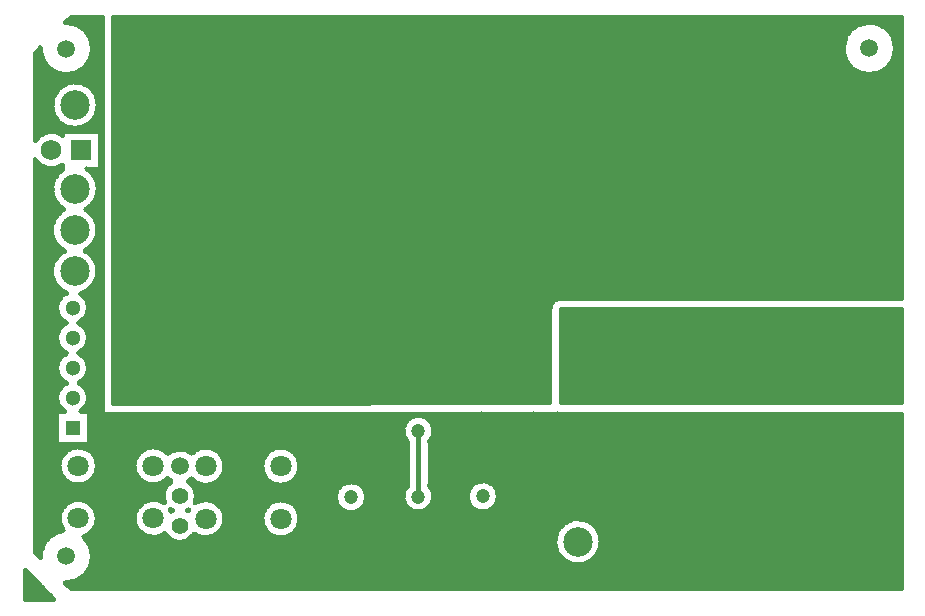
<source format=gbl>
%FSLAX44Y44*%
%MOMM*%
G71*
G01*
G75*
G04 Layer_Physical_Order=2*
G04 Layer_Color=21504*
%ADD10C,0.4500*%
%ADD11R,0.9000X0.9500*%
%ADD12R,0.9500X0.9000*%
%ADD13R,1.5000X1.2500*%
%ADD14R,1.2500X1.5000*%
%ADD15R,6.3500X1.5240*%
%ADD16R,3.2000X1.0000*%
%ADD17R,0.9144X0.9144*%
%ADD18R,1.2700X0.9144*%
%ADD19R,0.9144X0.9144*%
%ADD20R,0.9144X1.2700*%
%ADD21R,0.9500X0.8000*%
%ADD22R,0.8000X0.9500*%
%ADD23O,0.5000X2.0000*%
%ADD24R,0.5000X2.0000*%
%ADD25R,0.9000X3.2000*%
%ADD26R,11.5000X9.0000*%
%ADD27R,0.9000X0.9000*%
%ADD28R,0.9000X1.2500*%
%ADD29R,2.0000X2.0000*%
%ADD30R,8.0000X4.0000*%
%ADD31O,2.0000X0.6000*%
%ADD32O,2.0000X1.0000*%
%ADD33C,0.5000*%
%ADD34C,0.3000*%
%ADD35R,1.7500X1.7500*%
%ADD36C,1.7500*%
%ADD37C,1.4000*%
%ADD38C,1.5000*%
%ADD39C,1.8000*%
%ADD40C,2.5000*%
%ADD41R,25.0000X8.0000*%
%ADD42R,22.0000X8.0000*%
%ADD43R,1.3000X1.3000*%
%ADD44C,1.3000*%
%ADD45C,1.2000*%
D10*
X418500Y-430909D02*
G03*
X452750Y-417500I14500J13409D01*
G01*
D02*
G03*
X418500Y-404091I-19750J0D01*
G01*
X311250Y-323500D02*
G03*
X288500Y-332737I-13250J0D01*
G01*
X307500D02*
G03*
X311250Y-323500I-9500J9237D01*
G01*
X26250Y-353250D02*
G03*
X26250Y-353250I-16250J0D01*
G01*
X-478Y-283000D02*
G03*
X-1892Y-307250I5728J-12500D01*
G01*
X-2155Y-171000D02*
G03*
X-218Y-206884I9155J-17500D01*
G01*
X102Y-257750D02*
G03*
X-478Y-283000I5148J-12750D01*
G01*
X102Y-232250D02*
G03*
X102Y-257750I5148J-12750D01*
G01*
X-218Y-206884D02*
G03*
X102Y-232250I5468J-12616D01*
G01*
X-26480Y-93965D02*
G03*
X-3250Y-98624I13730J8215D01*
G01*
Y-72876D02*
G03*
X-26480Y-77535I-9500J-12874D01*
G01*
X-2264Y-136058D02*
G03*
X-2155Y-171000I9264J-17443D01*
G01*
X-2803Y-101750D02*
G03*
X-2264Y-136058I10053J-17000D01*
G01*
X27000Y-47750D02*
G03*
X27000Y-47750I-19750J0D01*
G01*
X-22239Y712D02*
G03*
X22250Y0I22239J-712D01*
G01*
D02*
G03*
X-712Y22239I-22250J0D01*
G01*
X12392Y-307250D02*
G03*
X19000Y-295500I-7142J11750D01*
G01*
D02*
G03*
X10978Y-283000I-13750J0D01*
G01*
D02*
G03*
X19000Y-270500I-5728J12500D01*
G01*
D02*
G03*
X10398Y-257750I-13750J0D01*
G01*
Y-257750D02*
G03*
X19000Y-245000I-5148J12750D01*
G01*
D02*
G03*
X10398Y-232250I-13750J0D01*
G01*
Y-232250D02*
G03*
X19000Y-219500I-5148J12750D01*
G01*
D02*
G03*
X12103Y-207579I-13750J0D01*
G01*
D02*
G03*
X26750Y-188500I-5103J19079D01*
G01*
D02*
G03*
X16155Y-171000I-19750J0D01*
G01*
Y-171000D02*
G03*
X26750Y-153500I-9155J17500D01*
G01*
D02*
G03*
X16514Y-136193I-19750J0D01*
G01*
D02*
G03*
X27000Y-118750I-9264J17443D01*
G01*
D02*
G03*
X17303Y-101750I-19750J0D01*
G01*
X258252Y-299500D02*
G03*
X256087Y-299750I0J-9500D01*
G01*
X258252Y-299500D02*
G03*
X256087Y-299750I0J-9500D01*
G01*
X418503Y-211000D02*
G03*
X409003Y-220500I0J-9500D01*
G01*
X418503Y-211000D02*
G03*
X409003Y-220500I0J-9500D01*
G01*
X702000Y250D02*
G03*
X702000Y250I-22250J0D01*
G01*
X-712Y-452239D02*
G03*
X22250Y-430000I712J22239D01*
G01*
X-2680Y-407912D02*
G03*
X-22239Y-430712I2680J-22088D01*
G01*
X14707Y-413303D02*
G03*
X26250Y-397750I-4707J15553D01*
G01*
X22250Y-430000D02*
G03*
X14707Y-413303I-22250J0D01*
G01*
X26250Y-397750D02*
G03*
X-2680Y-407912I-16250J0D01*
G01*
X83392Y-410642D02*
G03*
X108364Y-411085I12608J6642D01*
G01*
X83162Y-384684D02*
G03*
X83392Y-410642I-9662J-13066D01*
G01*
X89636Y-391250D02*
G03*
X88624Y-391807I6364J-12750D01*
G01*
X108364Y-411085D02*
G03*
X134250Y-398000I9636J13085D01*
G01*
D02*
G03*
X108912Y-384529I-16250J0D01*
G01*
X88624Y-391807D02*
G03*
X87903Y-390226I-15124J-5943D01*
G01*
D02*
G03*
X89636Y-391250I8097J11726D01*
G01*
X102364D02*
G03*
X103535Y-390595I-6364J12750D01*
G01*
X103535D02*
G03*
X103055Y-391619I14464J-7405D01*
G01*
X26250Y-353250D02*
G03*
X26250Y-353250I-16250J0D01*
G01*
X-26480Y-326748D02*
G03*
X-8500Y-325166I8730J3747D01*
G01*
X88653Y-366290D02*
G03*
X83162Y-384684I7347J-12210D01*
G01*
X110250Y-378500D02*
G03*
X103347Y-366290I-14250J0D01*
G01*
X85665Y-364024D02*
G03*
X88653Y-366290I10335J10524D01*
G01*
X103347D02*
G03*
X105943Y-364395I-7347J12790D01*
G01*
D02*
G03*
X134250Y-353500I12057J10895D01*
G01*
X108912Y-384529D02*
G03*
X110250Y-378500I-12912J6029D01*
G01*
X85901Y-342749D02*
G03*
X85665Y-364024I-12401J-10501D01*
G01*
X105943Y-342605D02*
G03*
X85901Y-342749I-9943J-10895D01*
G01*
X134250Y-353500D02*
G03*
X105943Y-342605I-16250J0D01*
G01*
X197750Y-398000D02*
G03*
X197750Y-398000I-16250J0D01*
G01*
X254250Y-379750D02*
G03*
X254250Y-379750I-13250J0D01*
G01*
X438997Y-398683D02*
G03*
X438997Y-436317I-5997J-18817D01*
G01*
X288500Y-370014D02*
G03*
X311250Y-379250I9500J-9237D01*
G01*
X365750Y-379000D02*
G03*
X365750Y-379000I-13250J0D01*
G01*
X197750Y-353500D02*
G03*
X197750Y-353500I-16250J0D01*
G01*
X287750Y-336000D02*
G03*
X287750Y-336000I-13250J0D01*
G01*
X311250Y-379250D02*
G03*
X307500Y-370014I-13250J0D01*
G01*
X311250Y-323500D02*
G03*
X288500Y-332737I-13250J0D01*
G01*
X307500D02*
G03*
X311250Y-323500I-9500J9237D01*
G01*
X351577Y-309250D02*
G03*
X373500Y-324137I10923J-7500D01*
G01*
X373500D02*
G03*
X397750Y-316750I11000J7387D01*
G01*
D02*
G03*
X395423Y-309250I-13250J0D01*
G01*
X415577D02*
G03*
X438997Y-321152I10923J-7500D01*
G01*
Y-312348D02*
G03*
X437423Y-309250I-12497J-4402D01*
G01*
X590253Y-288503D02*
Y-227503D01*
X567247Y-288503D02*
X590253D01*
X567247D02*
X569250Y-286500D01*
X298000Y-379250D02*
Y-323500D01*
X418500Y-456500D02*
Y-430909D01*
X422997Y-456500D02*
Y-434530D01*
X418500Y-435001D02*
X423847D01*
X426997Y-456500D02*
Y-436316D01*
X430997Y-456500D02*
Y-437148D01*
X434997Y-456500D02*
Y-437149D01*
X438997Y-456500D02*
Y-436317D01*
X442997Y-456500D02*
Y-434533D01*
X418997Y-456500D02*
Y-431428D01*
X418500Y-404091D02*
Y-309000D01*
Y-403001D02*
X419589D01*
X446997Y-456500D02*
Y-431433D01*
X450997Y-456500D02*
Y-425634D01*
X418997Y-403572D02*
Y-309000D01*
X450997Y-409366D02*
Y-309000D01*
X418500Y-456500D02*
X706500D01*
X418500Y-455001D02*
X706500D01*
X418500Y-451001D02*
X706500D01*
X418500Y-447001D02*
X706500D01*
X418500Y-443001D02*
X706500D01*
X418500Y-439001D02*
X706500D01*
X442153Y-435001D02*
X706500D01*
X447415Y-431001D02*
X706500D01*
X450314Y-427001D02*
X706500D01*
X449728Y-407001D02*
X706500D01*
X446411Y-403001D02*
X706500D01*
X451968Y-423001D02*
X706500D01*
X452693Y-419001D02*
X706500D01*
X452591Y-415001D02*
X706500D01*
X451650Y-411001D02*
X706500D01*
X418500Y-399001D02*
X426082D01*
X418500Y-395001D02*
X706500D01*
X418500Y-391001D02*
X706500D01*
X418500Y-387001D02*
X706500D01*
X439918Y-399001D02*
X706500D01*
X418500Y-383001D02*
X706500D01*
X418500Y-379001D02*
X706500D01*
X418500Y-375001D02*
X706500D01*
X422997Y-400470D02*
Y-309000D01*
X426997Y-398684D02*
Y-309000D01*
X430997Y-397852D02*
Y-309000D01*
X418500Y-371001D02*
X706500D01*
X442997Y-400467D02*
Y-309000D01*
X446997Y-403567D02*
Y-309000D01*
X434997Y-397851D02*
Y-309000D01*
X438997Y-398683D02*
Y-309000D01*
X418500Y-367001D02*
X706500D01*
X418500Y-363001D02*
X706500D01*
X418500Y-359001D02*
X706500D01*
X418500Y-355001D02*
X706500D01*
X418500Y-351001D02*
X706500D01*
X418500Y-347001D02*
X706500D01*
X418500Y-343001D02*
X706500D01*
X418500Y-339001D02*
X706500D01*
X418500Y-335001D02*
X706500D01*
X418500Y-331001D02*
X706500D01*
X418500Y-327001D02*
X706500D01*
X418500Y-323001D02*
X706500D01*
X418500Y-319001D02*
X706500D01*
X418500Y-315001D02*
X706500D01*
X418500Y-311001D02*
X706500D01*
X418503Y-309000D02*
X706500D01*
X454997Y-456500D02*
Y-309000D01*
X458997Y-456500D02*
Y-309000D01*
X462997Y-456500D02*
Y-309000D01*
X466997Y-456500D02*
Y-309000D01*
X470997Y-456500D02*
Y-309000D01*
X474997Y-456500D02*
Y-309000D01*
X478997Y-456500D02*
Y-309000D01*
X482997Y-456500D02*
Y-309000D01*
X486997Y-456500D02*
Y-309000D01*
X490997Y-456500D02*
Y-309000D01*
X494997Y-456500D02*
Y-309000D01*
X498997Y-456500D02*
Y-309000D01*
X502997Y-456500D02*
Y-309000D01*
X506997Y-456500D02*
Y-309000D01*
X510997Y-456500D02*
Y-309000D01*
X514997Y-456500D02*
Y-309000D01*
X518997Y-456500D02*
Y-309000D01*
X522997Y-456500D02*
Y-309000D01*
X526997Y-456500D02*
Y-309000D01*
X530997Y-456500D02*
Y-309000D01*
X534997Y-456500D02*
Y-309000D01*
X538997Y-456500D02*
Y-309000D01*
X542997Y-456500D02*
Y-309000D01*
X546997Y-456500D02*
Y-309000D01*
X550997Y-456500D02*
Y-309000D01*
X554997Y-456500D02*
Y-309000D01*
X558997Y-456500D02*
Y-309000D01*
X562997Y-456500D02*
Y-309000D01*
X566997Y-456500D02*
Y-309000D01*
X570997Y-456500D02*
Y-309000D01*
X574997Y-456500D02*
Y-309000D01*
X578997Y-456500D02*
Y-309000D01*
X582997Y-456500D02*
Y-309000D01*
X586997Y-456500D02*
Y-309000D01*
X590997Y-456500D02*
Y-309000D01*
X594997Y-456500D02*
Y-309000D01*
X598997Y-456500D02*
Y-309000D01*
X602997Y-456500D02*
Y-309000D01*
X606997Y-456500D02*
Y-309000D01*
X610997Y-456500D02*
Y-309000D01*
X614997Y-456500D02*
Y-309000D01*
X618997Y-456500D02*
Y-309000D01*
X622997Y-456500D02*
Y-309000D01*
X626997Y-456500D02*
Y-309000D01*
X630997Y-456500D02*
Y-309000D01*
X634997Y-456500D02*
Y-309000D01*
X638997Y-456500D02*
Y-309000D01*
X642997Y-456500D02*
Y-309000D01*
X646997Y-456500D02*
Y-309000D01*
X650997Y-456500D02*
Y-309000D01*
X654997Y-456500D02*
Y-309000D01*
X658997Y-456500D02*
Y-309000D01*
X662997Y-456500D02*
Y-309000D01*
X666997Y-456500D02*
Y-309000D01*
X670997Y-456500D02*
Y-309000D01*
X674997Y-456500D02*
Y-309000D01*
X678997Y-456500D02*
Y-309000D01*
X682997Y-456500D02*
Y-309000D01*
X686997Y-456500D02*
Y-309000D01*
X690997Y-456500D02*
Y-309000D01*
X694997Y-456500D02*
Y-309000D01*
X698997Y-456500D02*
Y-309000D01*
X702997Y-456500D02*
Y-309000D01*
X706500Y-456500D02*
Y-309000D01*
X418503Y-299500D02*
Y-220500D01*
X418997Y-299500D02*
Y-220500D01*
X422997Y-299500D02*
Y-220500D01*
X426997Y-299500D02*
Y-220500D01*
X430997Y-299500D02*
Y-220500D01*
X434997Y-299500D02*
Y-220500D01*
X438997Y-299500D02*
Y-220500D01*
X442997Y-299500D02*
Y-220500D01*
X446997Y-299500D02*
Y-220500D01*
X450997Y-299500D02*
Y-220500D01*
X454997Y-299500D02*
Y-220500D01*
X458997Y-299500D02*
Y-220500D01*
X418503Y-299500D02*
X706500D01*
X462997D02*
Y-220500D01*
X418503Y-299001D02*
X706500D01*
X466997Y-299500D02*
Y-220500D01*
X470997Y-299500D02*
Y-220500D01*
X474997Y-299500D02*
Y-220500D01*
X478997Y-299500D02*
Y-220500D01*
X482997Y-299500D02*
Y-220500D01*
X486997Y-299500D02*
Y-220500D01*
X490997Y-299500D02*
Y-220500D01*
X494997Y-299500D02*
Y-220500D01*
X498997Y-299500D02*
Y-220500D01*
X418503Y-295001D02*
X706500D01*
X418503Y-291001D02*
X706500D01*
X418503Y-287001D02*
X706500D01*
X418503Y-283001D02*
X706500D01*
X418503Y-279001D02*
X706500D01*
X418503Y-275001D02*
X706500D01*
X502997Y-299500D02*
Y-220500D01*
X418503Y-271001D02*
X706500D01*
X418503Y-267001D02*
X706500D01*
X506997Y-299500D02*
Y-220500D01*
X510997Y-299500D02*
Y-220500D01*
X514997Y-299500D02*
Y-220500D01*
X418503Y-263001D02*
X706500D01*
X418503Y-259002D02*
X706500D01*
X418503Y-255002D02*
X706500D01*
X418503Y-251001D02*
X706500D01*
X418503Y-247001D02*
X706500D01*
X418503Y-243001D02*
X706500D01*
X418503Y-239002D02*
X706500D01*
X418503Y-235002D02*
X706500D01*
X418503Y-231001D02*
X706500D01*
X418503Y-227001D02*
X706500D01*
X418503Y-223001D02*
X706500D01*
X418503Y-220500D02*
X706500D01*
X518997Y-299500D02*
Y-220500D01*
X522997Y-299500D02*
Y-220500D01*
X526997Y-299500D02*
Y-220500D01*
X530997Y-299500D02*
Y-220500D01*
X534997Y-299500D02*
Y-220500D01*
X538997Y-299500D02*
Y-220500D01*
X542997Y-299500D02*
Y-220500D01*
X546997Y-299500D02*
Y-220500D01*
X550997Y-299500D02*
Y-220500D01*
X554997Y-299500D02*
Y-220500D01*
X558997Y-299500D02*
Y-220500D01*
X562997Y-299500D02*
Y-220500D01*
X566997Y-299500D02*
Y-220500D01*
X570997Y-299500D02*
Y-220500D01*
X574997Y-299500D02*
Y-220500D01*
X578997Y-299500D02*
Y-220500D01*
X582997Y-299500D02*
Y-220500D01*
X586997Y-299500D02*
Y-220500D01*
X590997Y-299500D02*
Y-220500D01*
X594997Y-299500D02*
Y-220500D01*
X598997Y-299500D02*
Y-220500D01*
X602997Y-299500D02*
Y-220500D01*
X606997Y-299500D02*
Y-220500D01*
X610997Y-299500D02*
Y-220500D01*
X614997Y-299500D02*
Y-220500D01*
X618997Y-299500D02*
Y-220500D01*
X622997Y-299500D02*
Y-220500D01*
X626997Y-299500D02*
Y-220500D01*
X630997Y-299500D02*
Y-220500D01*
X634997Y-299500D02*
Y-220500D01*
X638997Y-299500D02*
Y-220500D01*
X642997Y-299500D02*
Y-220500D01*
X646997Y-299500D02*
Y-220500D01*
X650997Y-299500D02*
Y-220500D01*
X654997Y-299500D02*
Y-220500D01*
X658997Y-299500D02*
Y-220500D01*
X662997Y-299500D02*
Y-220500D01*
X666997Y-299500D02*
Y-220500D01*
X670997Y-299500D02*
Y-220500D01*
X674997Y-299500D02*
Y-220500D01*
X678997Y-299500D02*
Y-220500D01*
X682997Y-299500D02*
Y-220500D01*
X686997Y-299500D02*
Y-220500D01*
X690997Y-299500D02*
Y-220500D01*
X694997Y-299500D02*
Y-220500D01*
X698997Y-299500D02*
Y-220500D01*
X702997Y-299500D02*
Y-220500D01*
X706500Y-299500D02*
Y-220500D01*
X258252Y-364999D02*
X288500D01*
X258252D02*
Y-309000D01*
X258998Y-364999D02*
Y-309000D01*
X262998Y-364999D02*
Y-309000D01*
X286998Y-364999D02*
Y-330883D01*
X266998Y-364999D02*
Y-309000D01*
X270998Y-364999D02*
Y-309000D01*
X274998Y-364999D02*
Y-309000D01*
X278998Y-364999D02*
Y-309000D01*
X282998Y-364999D02*
Y-309000D01*
X258252Y-363001D02*
X288500D01*
X258252Y-359001D02*
X288500D01*
X307500Y-363001D02*
X438997D01*
X258252Y-355001D02*
X288500D01*
X307500Y-359001D02*
X438997D01*
X288500Y-364999D02*
Y-332737D01*
X258252Y-351001D02*
X288500D01*
X258252Y-347001D02*
X288500D01*
X307500Y-355001D02*
X438997D01*
X307500Y-351001D02*
X438997D01*
X307500Y-347001D02*
X438997D01*
X258252Y-343001D02*
X288500D01*
X258252Y-339001D02*
X288500D01*
X258252Y-335001D02*
X288500D01*
X258252Y-327001D02*
X285221D01*
X258252Y-331001D02*
X287078D01*
X258252Y-323001D02*
X284759D01*
X258252Y-319001D02*
X285537D01*
X286998Y-316117D02*
Y-309000D01*
X258252Y-315001D02*
X287835D01*
X290998Y-312251D02*
Y-309000D01*
X258252Y-311001D02*
X293601D01*
X302398D02*
X438997D01*
X307500Y-343001D02*
X438997D01*
X307500Y-339001D02*
X438997D01*
X307500Y-335001D02*
X438997D01*
X294998Y-310595D02*
Y-309000D01*
X258252D02*
X438997D01*
X306998Y-313773D02*
Y-309000D01*
X298998Y-310288D02*
Y-309000D01*
X302998Y-311229D02*
Y-309000D01*
X307500Y-364999D02*
Y-332737D01*
X310998Y-364999D02*
Y-326074D01*
X314998Y-364999D02*
Y-309000D01*
X318998Y-364999D02*
Y-309000D01*
X322998Y-364999D02*
Y-309000D01*
X326998Y-364999D02*
Y-309000D01*
X330998Y-364999D02*
Y-309000D01*
X334998Y-364999D02*
Y-309000D01*
X338997Y-364999D02*
Y-309000D01*
X342998Y-364999D02*
Y-309000D01*
X307500Y-364999D02*
X438997D01*
X346997D02*
Y-309000D01*
X350998Y-364999D02*
Y-309000D01*
X354997Y-364999D02*
Y-309000D01*
X358997Y-364999D02*
Y-309000D01*
X362998Y-364999D02*
Y-309000D01*
X366997Y-364999D02*
Y-309000D01*
X370998Y-364999D02*
Y-309000D01*
X374997Y-364999D02*
Y-309000D01*
X378997Y-364999D02*
Y-309000D01*
X382998Y-364999D02*
Y-309000D01*
X310998Y-320926D02*
Y-309000D01*
X386997Y-364999D02*
Y-309000D01*
X390997Y-364999D02*
Y-309000D01*
X394997Y-364999D02*
Y-309000D01*
X398997Y-364999D02*
Y-309000D01*
X402997Y-364999D02*
Y-309000D01*
X406997Y-364999D02*
Y-309000D01*
X410997Y-364999D02*
Y-309000D01*
X414997Y-364999D02*
Y-309000D01*
X308922Y-331001D02*
X438997D01*
X308165Y-315001D02*
X438997D01*
X310779Y-327001D02*
X438997D01*
X311241Y-323001D02*
X438997D01*
X310463Y-319001D02*
X438997D01*
X418997Y-364999D02*
Y-309000D01*
X422997Y-364999D02*
Y-309000D01*
X426997Y-364999D02*
Y-309000D01*
X430997Y-364999D02*
Y-309000D01*
X434997Y-364999D02*
Y-309000D01*
X438997Y-364999D02*
Y-309000D01*
X-17750Y-323001D02*
Y-117750D01*
X-26480Y-355001D02*
X-6155D01*
X-26480Y-331001D02*
X-8500D01*
X-26480Y-359001D02*
X-5198D01*
X-26480Y-351001D02*
X-6094D01*
X-26480Y-327001D02*
X-8500D01*
X-26480Y-323001D02*
X-8500D01*
X-26480Y-319001D02*
X-8500D01*
X-26480Y-315001D02*
X-8500D01*
X-26480Y-311001D02*
X-8500D01*
Y-334750D02*
Y-307250D01*
X-26480Y-295001D02*
X-8491D01*
X-26480Y-303001D02*
X-6273D01*
X-26480Y-299001D02*
X-8047D01*
X-26480Y-291001D02*
X-7743D01*
X-26480Y-275001D02*
X-7742D01*
X-26480Y-271001D02*
X-8491D01*
X-26480Y-287001D02*
X-5559D01*
X-26480Y-279001D02*
X-5557D01*
X-26480Y-267001D02*
X-8048D01*
X-26480Y-247001D02*
X-8354D01*
X-26480Y-243001D02*
X-8354D01*
X-26480Y-263001D02*
X-6275D01*
X-26480Y-251001D02*
X-7121D01*
X-26480Y-239002D02*
X-7123D01*
X-26480Y-223001D02*
X-8047D01*
X-26480Y-219002D02*
X-8491D01*
X-26480Y-227001D02*
X-6273D01*
X-26480Y-215002D02*
X-7743D01*
X-26480Y-203002D02*
X-6408D01*
X-25002Y-379750D02*
Y-96040D01*
X-26480Y-379750D02*
Y-93965D01*
X-13002Y-379750D02*
Y-101748D01*
X-21002Y-379750D02*
Y-99458D01*
X-17002Y-379750D02*
Y-101175D01*
X-26480Y-191002D02*
X-12591D01*
X-26480Y-187002D02*
X-12693D01*
X-9002Y-379750D02*
Y-200076D01*
X-26480Y-199002D02*
X-9727D01*
X-26480Y-195002D02*
X-11649D01*
X-26480Y-379750D02*
X30251D01*
X-26480Y-379001D02*
X30251D01*
X-26480Y-375001D02*
X30251D01*
X-26480Y-371001D02*
X30251D01*
X-26480Y-363001D02*
X-2999D01*
X-26480Y-347001D02*
X-5001D01*
X-26480Y-367001D02*
X1342D01*
X-26480Y-343001D02*
X-2611D01*
X-26480Y-339001D02*
X2187D01*
X-5002Y-379750D02*
Y-359496D01*
Y-347004D02*
Y-334750D01*
X2998Y-379750D02*
Y-367914D01*
X-1002Y-379750D02*
Y-365209D01*
Y-341291D02*
Y-334750D01*
X-26480Y-307001D02*
X-2285D01*
X2998Y-338586D02*
Y-334750D01*
X-26480Y-335001D02*
X30251D01*
X-8500Y-334750D02*
X19000D01*
X-8500Y-307250D02*
X-1892D01*
X-26480Y-255002D02*
X-4186D01*
X-26480Y-283001D02*
X-481D01*
X-26480Y-259002D02*
X-2290D01*
X-26480Y-235002D02*
X-4189D01*
X-26480Y-211002D02*
X-5559D01*
X-26480Y-231001D02*
X-2285D01*
X-26480Y-207002D02*
X-482D01*
X-5002Y-307250D02*
Y-304663D01*
Y-286337D02*
Y-279663D01*
Y-261337D02*
Y-254163D01*
X-1002Y-258253D02*
Y-257247D01*
X-5002Y-235837D02*
Y-228663D01*
Y-210337D02*
Y-204185D01*
X-1002Y-232753D02*
Y-231747D01*
X-26480Y-183002D02*
X-11969D01*
X-26480Y-159002D02*
X-11968D01*
X-26480Y-179002D02*
X-10316D01*
X-26480Y-163002D02*
X-10314D01*
X-26480Y-155002D02*
X-12693D01*
X-26480Y-151002D02*
X-12591D01*
X-26480Y-147002D02*
X-11650D01*
X-26480Y-143002D02*
X-9729D01*
X-26480Y-127002D02*
X-10694D01*
X-26480Y-123002D02*
X-12037D01*
X-26480Y-119002D02*
X-12498D01*
X-9002Y-176924D02*
Y-165076D01*
X-26480Y-115002D02*
X-12141D01*
X-9002Y-141924D02*
Y-129972D01*
X-26480Y-99002D02*
X-21716D01*
X-26480Y-75002D02*
X-24602D01*
X-26480Y-111002D02*
X-10917D01*
X-26480Y-107002D02*
X-8626D01*
X-9002Y-107528D02*
Y-101305D01*
X-26480Y-71002D02*
X-18954D01*
X-26480Y-51002D02*
X-12230D01*
X-26480Y-59002D02*
X-8981D01*
X-26480Y-55002D02*
X-11120D01*
X-26480Y-47002D02*
X-12486D01*
X-26480Y-15002D02*
X-16432D01*
X-26480Y-11002D02*
X-19340D01*
X-26480Y-43002D02*
X-11921D01*
X-26480Y-39002D02*
X-10457D01*
X-26480Y-19002D02*
X-11575D01*
X-26480Y-77535D02*
Y-3529D01*
X-25002Y-75459D02*
Y-2051D01*
X-9002Y-70195D02*
Y-58972D01*
X-21002Y-72042D02*
Y-7348D01*
X-17002Y-70325D02*
Y-14353D01*
X-25953Y-3002D02*
X-22046D01*
X-26480Y-3529D02*
X-22239Y712D01*
X-9002Y-36528D02*
Y-20348D01*
X-26480Y-7002D02*
X-21119D01*
X-13002Y-69752D02*
Y-18056D01*
X-26480Y-175002D02*
X-7417D01*
X-26480Y-167002D02*
X-7414D01*
X-26480Y-171002D02*
X-2158D01*
X-26480Y-139002D02*
X-6411D01*
X-26480Y-131002D02*
X-8241D01*
X-26480Y-103002D02*
X-4669D01*
X-26480Y-135002D02*
X-3972D01*
X-5002Y-172815D02*
Y-169185D01*
Y-137815D02*
Y-134241D01*
Y-103259D02*
Y-99749D01*
X-3250Y-101750D02*
Y-98624D01*
Y-72876D02*
Y-69750D01*
X-6546Y-71002D02*
X-3250D01*
Y-69750D02*
X28750D01*
X2998D02*
Y-67037D01*
X-26480Y-63002D02*
X-5298D01*
X-26480Y-35002D02*
X-7835D01*
X-26480Y-67002D02*
X2842D01*
X-5002Y-71751D02*
Y-63240D01*
X-26480Y-31002D02*
X-3217D01*
X-5002Y-32259D02*
Y-21681D01*
X-26480Y-27002D02*
X30251D01*
X-26480Y-23002D02*
X30251D01*
X-1002Y-69750D02*
Y-65693D01*
Y-29806D02*
Y-22227D01*
X2998Y-28463D02*
Y-22047D01*
X7358Y20998D02*
X30251D01*
X2998Y22047D02*
Y25949D01*
X-712Y22239D02*
X3549Y26500D01*
X2047Y24998D02*
X30251D01*
X3549Y26500D02*
X30251D01*
X6998Y21121D02*
Y26500D01*
Y-379750D02*
Y-369220D01*
Y-337280D02*
Y-334750D01*
X10998Y-379750D02*
Y-369469D01*
X14998Y-379750D02*
Y-368712D01*
X10998Y-337031D02*
Y-334750D01*
X14998Y-337788D02*
Y-334750D01*
X12392Y-307250D02*
X19000D01*
X14998D02*
Y-305197D01*
X18998Y-379750D02*
Y-366781D01*
X22998Y-379750D02*
Y-363002D01*
X18658Y-367001D02*
X30251D01*
X22999Y-363001D02*
X30251D01*
X25198Y-359001D02*
X30251D01*
X18998Y-339719D02*
Y-334750D01*
X19000D02*
Y-307250D01*
X26155Y-355001D02*
X30251D01*
X18998Y-307250D02*
Y-295724D01*
X26094Y-351001D02*
X30251D01*
X14998Y-285803D02*
Y-280197D01*
Y-260803D02*
Y-254697D01*
X18998Y-295276D02*
Y-270724D01*
Y-270276D02*
Y-245224D01*
X22998Y-343498D02*
Y-200081D01*
X26998Y-379750D02*
Y-119019D01*
X30251Y-379750D02*
Y26500D01*
X14998Y-235303D02*
Y-229197D01*
Y-209803D02*
Y-206558D01*
X18998Y-244776D02*
Y-219724D01*
Y-219276D02*
Y-204188D01*
X17813Y-339001D02*
X30251D01*
X12785Y-307001D02*
X30251D01*
X16774Y-303001D02*
X30251D01*
X18547Y-299001D02*
X30251D01*
X18243Y-291001D02*
X30251D01*
X16059Y-287001D02*
X30251D01*
X10981Y-283001D02*
X30251D01*
X16057Y-279001D02*
X30251D01*
X18242Y-275001D02*
X30251D01*
X25001Y-347001D02*
X30251D01*
X22611Y-343001D02*
X30251D01*
X19000Y-331001D02*
X30251D01*
X19000Y-327001D02*
X30251D01*
X19000Y-323001D02*
X30251D01*
X19000Y-319001D02*
X30251D01*
X19000Y-315001D02*
X30251D01*
X19000Y-311001D02*
X30251D01*
X18991Y-295001D02*
X30251D01*
X18991Y-271001D02*
X30251D01*
X16775Y-263001D02*
X30251D01*
X12790Y-259002D02*
X30251D01*
X14686Y-255002D02*
X30251D01*
X17621Y-251001D02*
X30251D01*
X17623Y-239002D02*
X30251D01*
X14689Y-235002D02*
X30251D01*
X12785Y-231001D02*
X30251D01*
X16773Y-227001D02*
X30251D01*
X13910Y-207002D02*
X30251D01*
X16059Y-211002D02*
X30251D01*
X18548Y-267001D02*
X30251D01*
X18854Y-247001D02*
X30251D01*
X18854Y-243001D02*
X30251D01*
X18547Y-223001D02*
X30251D01*
X18991Y-219002D02*
X30251D01*
X18243Y-215002D02*
X30251D01*
X20408Y-203002D02*
X30251D01*
X23727Y-199002D02*
X30251D01*
X25649Y-195002D02*
X30251D01*
X26591Y-191002D02*
X30251D01*
X18998Y-172812D02*
Y-169188D01*
X21417Y-175002D02*
X30251D01*
X16158Y-171002D02*
X30251D01*
X18998Y-137812D02*
Y-134626D01*
Y-102874D02*
Y-101750D01*
X21414Y-167002D02*
X30251D01*
X26693Y-187002D02*
X30251D01*
X22998Y-176919D02*
Y-165081D01*
X25969Y-183002D02*
X30251D01*
X24316Y-179002D02*
X30251D01*
X24314Y-163002D02*
X30251D01*
X25968Y-159002D02*
X30251D01*
X22998Y-141919D02*
Y-130669D01*
X26693Y-155002D02*
X30251D01*
X25650Y-147002D02*
X30251D01*
X26591Y-151002D02*
X30251D01*
X6998Y-69750D02*
Y-67498D01*
X10998Y-69750D02*
Y-67141D01*
X14998Y-69750D02*
Y-65917D01*
X17303Y-101750D02*
X28750D01*
X6998Y-28002D02*
Y-21121D01*
X10998Y-28359D02*
Y-19342D01*
X14998Y-29583D02*
Y-16435D01*
X10998Y19342D02*
Y26500D01*
X14998Y16435D02*
Y26500D01*
X22998Y-106831D02*
Y-101750D01*
X18998Y-69750D02*
Y-63626D01*
X26998Y-118481D02*
Y-101750D01*
X22998Y-69750D02*
Y-59669D01*
X28750Y-101750D02*
Y-69750D01*
X18998Y-31874D02*
Y-11581D01*
Y11581D02*
Y26500D01*
X26998Y-69750D02*
Y-48019D01*
X22998Y-35831D02*
Y26500D01*
X26998Y-47481D02*
Y26500D01*
X23729Y-143002D02*
X30251D01*
X20411Y-139002D02*
X30251D01*
X18472Y-135002D02*
X30251D01*
X22741Y-131002D02*
X30251D01*
X25194Y-127002D02*
X30251D01*
X26537Y-123002D02*
X30251D01*
X25417Y-111002D02*
X30251D01*
X19169Y-103002D02*
X30251D01*
X23126Y-107002D02*
X30251D01*
X26998Y-119002D02*
X30251D01*
X26641Y-115002D02*
X30251D01*
X28750Y-99002D02*
X30251D01*
X28750Y-95002D02*
X30251D01*
X28750Y-91002D02*
X30251D01*
X28750Y-87002D02*
X30251D01*
X28750Y-83002D02*
X30251D01*
X28750Y-79002D02*
X30251D01*
X28750Y-75002D02*
X30251D01*
X28750Y-71002D02*
X30251D01*
X11658Y-67002D02*
X30251D01*
X19798Y-63002D02*
X30251D01*
X17717Y-31002D02*
X30251D01*
X11575Y-19002D02*
X30251D01*
X16432Y-15002D02*
X30251D01*
X19340Y-11002D02*
X30251D01*
X21119Y-7002D02*
X30251D01*
X20349Y8998D02*
X30251D01*
X14357Y16998D02*
X30251D01*
X18059Y12998D02*
X30251D01*
X23481Y-59002D02*
X30251D01*
X25620Y-55002D02*
X30251D01*
X26730Y-51002D02*
X30251D01*
X26421Y-43002D02*
X30251D01*
X26986Y-47002D02*
X30251D01*
X24957Y-39002D02*
X30251D01*
X22335Y-35002D02*
X30251D01*
X22046Y-3002D02*
X30251D01*
X21681Y4998D02*
X30251D01*
X22228Y998D02*
X30251D01*
X170250Y-230000D02*
Y-135500D01*
Y-230000D02*
X405250D01*
X186500Y-115000D02*
X432000Y-114750D01*
X310250Y-215500D02*
X402500D01*
X39751Y-299750D02*
Y26500D01*
X42998Y-299750D02*
Y26500D01*
X46998Y-299750D02*
Y26500D01*
X50998Y-299750D02*
Y26500D01*
X54998Y-299750D02*
Y26500D01*
X58998Y-299750D02*
Y26500D01*
X62998Y-299750D02*
Y26500D01*
X66998Y-299750D02*
Y26500D01*
X70998Y-299750D02*
Y26500D01*
X74998Y-299750D02*
Y26500D01*
X78998Y-299750D02*
Y26500D01*
X82998Y-299750D02*
Y26500D01*
X86998Y-299750D02*
Y26500D01*
X90998Y-299750D02*
Y26500D01*
X94998Y-299750D02*
Y26500D01*
X98998Y-299750D02*
Y26500D01*
X102998Y-299750D02*
Y26500D01*
X106998Y-299750D02*
Y26500D01*
X110998Y-299750D02*
Y26500D01*
X114998Y-299750D02*
Y26500D01*
X118998Y-299750D02*
Y26500D01*
X122998Y-299750D02*
Y26500D01*
X126998Y-299750D02*
Y26500D01*
X130998Y-299750D02*
Y26500D01*
X134998Y-299750D02*
Y26500D01*
X138998Y-299750D02*
Y26500D01*
X142998Y-299750D02*
Y26500D01*
X146998Y-299750D02*
Y26500D01*
X150998Y-299750D02*
Y26500D01*
X154998Y-299750D02*
Y26500D01*
X158998Y-299750D02*
Y26500D01*
X162998Y-299750D02*
Y26500D01*
X166998Y-299750D02*
Y26500D01*
X170998Y-299750D02*
Y26500D01*
X174998Y-299750D02*
Y26500D01*
X39751Y-299750D02*
X256087D01*
X39751Y-299001D02*
X409003D01*
X39751Y-295001D02*
X409003D01*
X39751Y-291001D02*
X409003D01*
X39751Y-287001D02*
X409003D01*
X39751Y-283001D02*
X409003D01*
X39751Y-279001D02*
X409003D01*
X39751Y-275001D02*
X409003D01*
X178998Y-299750D02*
Y26500D01*
X182998Y-299750D02*
Y26500D01*
X39751Y-271001D02*
X409003D01*
X39751Y-267001D02*
X409003D01*
X39751Y-263001D02*
X409003D01*
X39751Y-259002D02*
X409003D01*
X39751Y-255002D02*
X409003D01*
X186998Y-299750D02*
Y26500D01*
X190998Y-299750D02*
Y26500D01*
X194998Y-299750D02*
Y26500D01*
X198998Y-299750D02*
Y26500D01*
X202998Y-299750D02*
Y26500D01*
X206998Y-299750D02*
Y26500D01*
X210998Y-299750D02*
Y26500D01*
X214998Y-299750D02*
Y26500D01*
X218998Y-299750D02*
Y26500D01*
X222998Y-299750D02*
Y26500D01*
X226998Y-299750D02*
Y26500D01*
X230998Y-299750D02*
Y26500D01*
X234998Y-299750D02*
Y26500D01*
X238998Y-299750D02*
Y26500D01*
X242998Y-299750D02*
Y26500D01*
X246998Y-299750D02*
Y26500D01*
X250998Y-299750D02*
Y26500D01*
X254998Y-299750D02*
Y26500D01*
X39751Y-251001D02*
X409003D01*
X39751Y-247001D02*
X409003D01*
X39751Y-243001D02*
X409003D01*
X39751Y-239002D02*
X409003D01*
X39751Y-235002D02*
X409003D01*
X39751Y-231001D02*
X409003D01*
X39751Y-227001D02*
X409003D01*
X39751Y-223001D02*
X409003D01*
X39751Y-219002D02*
X409122D01*
X39751Y-215002D02*
X410756D01*
X39751Y-211002D02*
X418331D01*
X39751Y-207002D02*
X706500D01*
X39751Y-203002D02*
X706500D01*
X39751Y-199002D02*
X706500D01*
X39751Y-195002D02*
X706500D01*
X39751Y-191002D02*
X706500D01*
X39751Y-187002D02*
X706500D01*
X39751Y-183002D02*
X706500D01*
X39751Y-179002D02*
X706500D01*
X39751Y-175002D02*
X706500D01*
X39751Y-171002D02*
X706500D01*
X39751Y-19002D02*
X668595D01*
X39751Y-15002D02*
X663550D01*
X39751Y-167002D02*
X706500D01*
X39751Y-163002D02*
X706500D01*
X39751Y-159002D02*
X706500D01*
X39751Y-3002D02*
X657739D01*
X39751Y998D02*
X657513D01*
X39751Y-11002D02*
X660555D01*
X39751Y-7002D02*
X658715D01*
X39751Y4998D02*
X658012D01*
X39751Y8998D02*
X659292D01*
X39751Y12998D02*
X661514D01*
X39751Y16998D02*
X665102D01*
X39751Y20998D02*
X671714D01*
X39751Y-155002D02*
X706500D01*
X39751Y-151002D02*
X706500D01*
X39751Y-147002D02*
X706500D01*
X39751Y-143002D02*
X706500D01*
X39751Y-139002D02*
X706500D01*
X39751Y-135002D02*
X706500D01*
X39751Y-131002D02*
X706500D01*
X39751Y-127002D02*
X706500D01*
X39751Y-123002D02*
X706500D01*
X39751Y-119002D02*
X706500D01*
X39751Y-115002D02*
X706500D01*
X39751Y-111002D02*
X706500D01*
X39751Y-107002D02*
X706500D01*
X39751Y-103002D02*
X706500D01*
X39751Y-99002D02*
X706500D01*
X39751Y-95002D02*
X706500D01*
X39751Y-91002D02*
X706500D01*
X39751Y-87002D02*
X706500D01*
X39751Y-83002D02*
X706500D01*
X39751Y-79002D02*
X706500D01*
X39751Y-75002D02*
X706500D01*
X39751Y-71002D02*
X706500D01*
X39751Y-67002D02*
X706500D01*
X39751Y-63002D02*
X706500D01*
X39751Y-59002D02*
X706500D01*
X39751Y-55002D02*
X706500D01*
X39751Y-51002D02*
X706500D01*
X39751Y-47002D02*
X706500D01*
X39751Y-43002D02*
X706500D01*
X39751Y-39002D02*
X706500D01*
X39751Y-35002D02*
X706500D01*
X39751Y-31002D02*
X706500D01*
X39751Y-27002D02*
X706500D01*
X39751Y-23002D02*
X706500D01*
X39751Y24998D02*
X706500D01*
X39751Y26500D02*
X706500D01*
X258998Y-299500D02*
Y26500D01*
X262998Y-299500D02*
Y26500D01*
X266998Y-299500D02*
Y26500D01*
X270998Y-299500D02*
Y26500D01*
X274998Y-299500D02*
Y26500D01*
X278998Y-299500D02*
Y26500D01*
X282998Y-299500D02*
Y26500D01*
X286998Y-299500D02*
Y26500D01*
X290998Y-299500D02*
Y26500D01*
X294998Y-299500D02*
Y26500D01*
X298998Y-299500D02*
Y26500D01*
X302998Y-299500D02*
Y26500D01*
X306998Y-299500D02*
Y26500D01*
X310998Y-299500D02*
Y26500D01*
X314998Y-299500D02*
Y26500D01*
X318998Y-299500D02*
Y26500D01*
X322998Y-299500D02*
Y26500D01*
X326998Y-299500D02*
Y26500D01*
X330998Y-299500D02*
Y26500D01*
X334998Y-299500D02*
Y26500D01*
X338997Y-299500D02*
Y26500D01*
X342998Y-299500D02*
Y26500D01*
X346997Y-299500D02*
Y26500D01*
X350998Y-299500D02*
Y26500D01*
X354997Y-299500D02*
Y26500D01*
X358997Y-299500D02*
Y26500D01*
X362998Y-299500D02*
Y26500D01*
X366997Y-299500D02*
Y26500D01*
X370998Y-299500D02*
Y26500D01*
X374997Y-299500D02*
Y26500D01*
X378997Y-299500D02*
Y26500D01*
X382998Y-299500D02*
Y26500D01*
X386997Y-299500D02*
Y26500D01*
X390997Y-299500D02*
Y26500D01*
X394997Y-299500D02*
Y26500D01*
X398997Y-299500D02*
Y26500D01*
X402997Y-299500D02*
Y26500D01*
X258252Y-299500D02*
X409003D01*
X406997D02*
Y26500D01*
X409003Y-299500D02*
Y-220500D01*
X410997Y-214676D02*
Y26500D01*
X414997Y-211670D02*
Y26500D01*
X418997Y-211000D02*
Y26500D01*
X418503Y-211000D02*
X706500D01*
X422997D02*
Y26500D01*
X426997Y-211000D02*
Y26500D01*
X430997Y-211000D02*
Y26500D01*
X434997Y-211000D02*
Y26500D01*
X438997Y-211000D02*
Y26500D01*
X442997Y-211000D02*
Y26500D01*
X446997Y-211000D02*
Y26500D01*
X450997Y-211000D02*
Y26500D01*
X454997Y-211000D02*
Y26500D01*
X458997Y-211000D02*
Y26500D01*
X462997Y-211000D02*
Y26500D01*
X466997Y-211000D02*
Y26500D01*
X470997Y-211000D02*
Y26500D01*
X474997Y-211000D02*
Y26500D01*
X478997Y-211000D02*
Y26500D01*
X482997Y-211000D02*
Y26500D01*
X486997Y-211000D02*
Y26500D01*
X490997Y-211000D02*
Y26500D01*
X494997Y-211000D02*
Y26500D01*
X498997Y-211000D02*
Y26500D01*
X502997Y-211000D02*
Y26500D01*
X506997Y-211000D02*
Y26500D01*
X510997Y-211000D02*
Y26500D01*
X514997Y-211000D02*
Y26500D01*
X518997Y-211000D02*
Y26500D01*
X522997Y-211000D02*
Y26500D01*
X526997Y-211000D02*
Y26500D01*
X530997Y-211000D02*
Y26500D01*
X534997Y-211000D02*
Y26500D01*
X538997Y-211000D02*
Y26500D01*
X542997Y-211000D02*
Y26500D01*
X546997Y-211000D02*
Y26500D01*
X550997Y-211000D02*
Y26500D01*
X554997Y-211000D02*
Y26500D01*
X558997Y-211000D02*
Y26500D01*
X562997Y-211000D02*
Y26500D01*
X566997Y-211000D02*
Y26500D01*
X570997Y-211000D02*
Y26500D01*
X574997Y-211000D02*
Y26500D01*
X578997Y-211000D02*
Y26500D01*
X582997Y-211000D02*
Y26500D01*
X586997Y-211000D02*
Y26500D01*
X590997Y-211000D02*
Y26500D01*
X594997Y-211000D02*
Y26500D01*
X598997Y-211000D02*
Y26500D01*
X602997Y-211000D02*
Y26500D01*
X606997Y-211000D02*
Y26500D01*
X610997Y-211000D02*
Y26500D01*
X614997Y-211000D02*
Y26500D01*
X618997Y-211000D02*
Y26500D01*
X622997Y-211000D02*
Y26500D01*
X626997Y-211000D02*
Y26500D01*
X630997Y-211000D02*
Y26500D01*
X634997Y-211000D02*
Y26500D01*
X638997Y-211000D02*
Y26500D01*
X642997Y-211000D02*
Y26500D01*
X646997Y-211000D02*
Y26500D01*
X650997Y-211000D02*
Y26500D01*
X654997Y-211000D02*
Y26500D01*
X662997Y-211000D02*
Y-14392D01*
X658997Y-211000D02*
Y-7773D01*
X670997Y-211000D02*
Y-20206D01*
X666997Y-211000D02*
Y-17982D01*
X674997Y-211000D02*
Y-21486D01*
X678997Y-211000D02*
Y-21987D01*
X682997Y-211000D02*
Y-21762D01*
X686997Y-211000D02*
Y-20787D01*
X690997Y-211000D02*
Y-18948D01*
X694997Y-211000D02*
Y-15955D01*
X698997Y-211000D02*
Y-10913D01*
X690905Y-19002D02*
X706500D01*
X695950Y-15002D02*
X706500D01*
X698945Y-11002D02*
X706500D01*
X700785Y-7002D02*
X706500D01*
X701761Y-3002D02*
X706500D01*
X701488Y4998D02*
X706500D01*
X701987Y998D02*
X706500D01*
X658997Y8273D02*
Y26500D01*
X662997Y14892D02*
Y26500D01*
X666997Y18482D02*
Y26500D01*
X670997Y20706D02*
Y26500D01*
X674997Y21986D02*
Y26500D01*
X687786Y20998D02*
X706500D01*
X678997Y22487D02*
Y26500D01*
X682997Y22262D02*
Y26500D01*
X698997Y11413D02*
Y26500D01*
X702997Y-211000D02*
Y26500D01*
X700208Y8998D02*
X706500D01*
Y-211000D02*
Y26500D01*
X686997Y21287D02*
Y26500D01*
X690997Y19448D02*
Y26500D01*
X697986Y12998D02*
X706500D01*
X694398Y16998D02*
X706500D01*
X694997Y16455D02*
Y26500D01*
X-29002Y-465750D02*
Y-448047D01*
X-35250Y-465750D02*
Y-441799D01*
X-33002Y-465750D02*
Y-444047D01*
X-35250Y-465750D02*
X-11299D01*
X-35250Y-441799D02*
X-11299Y-465750D01*
X-35250Y-463001D02*
X-14048D01*
X-35250Y-451001D02*
X-26048D01*
X-35250Y-443001D02*
X-34048D01*
X-35250Y-447001D02*
X-30048D01*
X-35250Y-455001D02*
X-22048D01*
X-35250Y-459001D02*
X-18048D01*
X-26480Y-423001D02*
X-21121D01*
X-26480Y-426471D02*
X-22239Y-430712D01*
X-17002Y-465750D02*
Y-460047D01*
X-25002Y-465750D02*
Y-452047D01*
X-21002Y-465750D02*
Y-456047D01*
X-13002Y-465750D02*
Y-464047D01*
X10998Y-456500D02*
Y-449342D01*
X14998Y-456500D02*
Y-446435D01*
X18998Y-456500D02*
Y-441581D01*
X-25950Y-427001D02*
X-22047D01*
X-26480Y-415001D02*
X-16435D01*
X-26480Y-419001D02*
X-19341D01*
X-712Y-452239D02*
X3549Y-456500D01*
X2998Y-455949D02*
Y-452047D01*
X6998Y-456500D02*
Y-451121D01*
X-21002Y-422652D02*
Y-331927D01*
X-26480Y-426471D02*
Y-326748D01*
X-25002Y-427949D02*
Y-329138D01*
X-17002Y-415647D02*
Y-332472D01*
X-13002Y-411944D02*
Y-331230D01*
X-26480Y-411001D02*
X-11580D01*
X-26480Y-399001D02*
X-6202D01*
X-9002Y-409652D02*
Y-326705D01*
X-26480Y-403001D02*
X-5378D01*
X-26480Y-407001D02*
X-3360D01*
X-26480Y-391001D02*
X-4782D01*
X-26480Y-395001D02*
X-6016D01*
X22998Y-456500D02*
Y-407503D01*
X26998Y-456500D02*
Y-309250D01*
X30998Y-456500D02*
Y-309250D01*
X42998Y-456500D02*
Y-309250D01*
X46998Y-456500D02*
Y-309250D01*
X34998Y-456500D02*
Y-309250D01*
X38998Y-456500D02*
Y-309250D01*
X18998Y-418419D02*
Y-411281D01*
X-5002Y-391504D02*
Y-359496D01*
Y-408320D02*
Y-403996D01*
X22998Y-387998D02*
Y-363002D01*
X3549Y-456500D02*
X438997D01*
X2050Y-455001D02*
X438997D01*
X66998Y-456500D02*
Y-412643D01*
X7350Y-451001D02*
X438997D01*
X14354Y-447001D02*
X438997D01*
X18056Y-443001D02*
X438997D01*
X21121Y-423001D02*
X414032D01*
X16435Y-415001D02*
X86943D01*
X19341Y-419001D02*
X413307D01*
X20348Y-439001D02*
X438997D01*
X21681Y-435001D02*
X423847D01*
X22047Y-427001D02*
X415686D01*
X22227Y-431001D02*
X418585D01*
X74998Y-456500D02*
Y-413931D01*
X70998Y-456500D02*
Y-413806D01*
X78998Y-456500D02*
Y-413042D01*
X94998Y-456500D02*
Y-418215D01*
X98998Y-456500D02*
Y-417931D01*
X86998Y-456500D02*
Y-415047D01*
X90998Y-456500D02*
Y-417343D01*
X102998Y-456500D02*
Y-416413D01*
X106998Y-456500D02*
Y-413061D01*
X110998Y-456500D02*
Y-412664D01*
X105057Y-415001D02*
X413409D01*
X118998Y-456500D02*
Y-414219D01*
X114998Y-456500D02*
Y-413970D01*
X122998Y-456500D02*
Y-413462D01*
X58998Y-456500D02*
Y-405082D01*
X50998Y-456500D02*
Y-309250D01*
X54998Y-456500D02*
Y-309250D01*
X82998Y-456500D02*
Y-410935D01*
X62998Y-456500D02*
Y-410150D01*
X25378Y-403001D02*
X58122D01*
X26016Y-395001D02*
X57484D01*
X26202Y-399001D02*
X57298D01*
X19406Y-411001D02*
X64094D01*
X23360Y-407001D02*
X60140D01*
X24782Y-391001D02*
X58718D01*
X58998Y-390418D02*
Y-360582D01*
X126998Y-456500D02*
Y-411531D01*
X130998Y-456500D02*
Y-407753D01*
X127748Y-411001D02*
X171751D01*
X131529Y-407001D02*
X167971D01*
X88282Y-391001D02*
X89160D01*
X132666D02*
X166834D01*
X130998Y-388247D02*
Y-363253D01*
X-26480Y-387001D02*
X-2187D01*
X-1002Y-385791D02*
Y-365209D01*
X2998Y-383086D02*
Y-367914D01*
X-26480Y-383001D02*
X3178D01*
X6998Y-381780D02*
Y-369220D01*
X10998Y-381531D02*
Y-369469D01*
X-26480Y-359001D02*
X-5198D01*
X-26480Y-351001D02*
X-6094D01*
X-26480Y-355001D02*
X-6155D01*
X-26480Y-375001D02*
X82186D01*
X-26480Y-379001D02*
X81759D01*
X-26480Y-363001D02*
X-2999D01*
X-26480Y-367001D02*
X1342D01*
X22187Y-387001D02*
X61313D01*
X14998Y-382288D02*
Y-368712D01*
X18998Y-384219D02*
Y-366781D01*
X16822Y-383001D02*
X66678D01*
X78998Y-382458D02*
Y-368542D01*
X62998Y-385350D02*
Y-365650D01*
X66998Y-382858D02*
Y-368143D01*
X25198Y-359001D02*
X58302D01*
X26094Y-351001D02*
X57406D01*
X26155Y-355001D02*
X57345D01*
X70998Y-381694D02*
Y-369306D01*
X74998Y-381569D02*
Y-369431D01*
X18658Y-367001D02*
X64842D01*
X22999Y-363001D02*
X60501D01*
X-26480Y-347001D02*
X-5001D01*
X-26480Y-343001D02*
X-2611D01*
X-5002Y-347004D02*
Y-334750D01*
X-26480Y-339001D02*
X2187D01*
X-1002Y-341291D02*
Y-334750D01*
X-26480Y-331001D02*
X-22873D01*
X-8500Y-334750D02*
Y-325166D01*
Y-334750D02*
X19000D01*
X6998Y-337280D02*
Y-334750D01*
X-12627Y-331001D02*
X-8500D01*
X2998Y-338586D02*
Y-334750D01*
X25001Y-347001D02*
X58499D01*
X18998Y-339719D02*
Y-334750D01*
X22998Y-343498D02*
Y-309250D01*
X17813Y-339001D02*
X65687D01*
X22611Y-343001D02*
X60889D01*
X58998Y-345918D02*
Y-309250D01*
X62998Y-340849D02*
Y-309250D01*
X10998Y-337031D02*
Y-334750D01*
X14998Y-337788D02*
Y-334750D01*
X19000D02*
Y-309250D01*
X74998Y-337069D02*
Y-309250D01*
X78998Y-337958D02*
Y-309250D01*
X66998Y-338358D02*
Y-309250D01*
X70998Y-337194D02*
Y-309250D01*
X80322Y-383001D02*
X82480D01*
X-26480Y-371001D02*
X83883D01*
X82998Y-372668D02*
Y-366435D01*
X108117Y-371001D02*
X231049D01*
X82158Y-367001D02*
X87583D01*
X86998Y-367453D02*
Y-365185D01*
X104417Y-367001D02*
X108957D01*
X106998Y-369439D02*
Y-365459D01*
X109521Y-383001D02*
X111747D01*
X110998Y-383336D02*
Y-368164D01*
X124253Y-383001D02*
X175247D01*
X129962Y-387001D02*
X169538D01*
X122998Y-382538D02*
Y-368962D01*
X126998Y-384469D02*
Y-367031D01*
X118998Y-381781D02*
Y-369719D01*
X114998Y-382030D02*
Y-369470D01*
X132894Y-347001D02*
X166606D01*
X109814Y-375001D02*
X228630D01*
X110241Y-379001D02*
X227771D01*
X127043Y-367001D02*
X172457D01*
X131183Y-363001D02*
X168317D01*
X82998Y-340065D02*
Y-309250D01*
X86998Y-341815D02*
Y-309250D01*
X81313Y-339001D02*
X93289D01*
X-26480Y-335001D02*
X261288D01*
X90998Y-339624D02*
Y-309250D01*
X19000Y-331001D02*
X262229D01*
X19000Y-323001D02*
X271931D01*
X19000Y-327001D02*
X264774D01*
X19000Y-315001D02*
X287835D01*
X19000Y-319001D02*
X285537D01*
X19000Y-309250D02*
X351577D01*
X19000Y-311001D02*
X293601D01*
X106998Y-341541D02*
Y-309250D01*
X98998Y-339058D02*
Y-309250D01*
X102998Y-340516D02*
Y-309250D01*
X130403Y-343001D02*
X169097D01*
X126998Y-339969D02*
Y-309250D01*
X130998Y-343747D02*
Y-309250D01*
X98711Y-339001D02*
X110662D01*
X94998Y-338784D02*
Y-309250D01*
X110998Y-338836D02*
Y-309250D01*
X122998Y-338038D02*
Y-309250D01*
X125338Y-339001D02*
X174162D01*
X114998Y-337530D02*
Y-309250D01*
X118998Y-337281D02*
Y-309250D01*
X174998Y-456500D02*
Y-412892D01*
X166998Y-456500D02*
Y-405332D01*
X170998Y-456500D02*
Y-410400D01*
X182998Y-456500D02*
Y-414181D01*
X178998Y-456500D02*
Y-414056D01*
X190998Y-456500D02*
Y-411185D01*
X133461Y-403001D02*
X166039D01*
X133971Y-395001D02*
X165529D01*
X134219Y-399001D02*
X165281D01*
X186998Y-456500D02*
Y-413292D01*
X193462Y-387001D02*
X229910D01*
X190998Y-384815D02*
Y-366685D01*
X194998Y-456500D02*
Y-407048D01*
X230998Y-456500D02*
Y-388440D01*
X234998Y-456500D02*
Y-391562D01*
X238998Y-456500D02*
Y-392848D01*
X242998Y-456500D02*
Y-392849D01*
X246998Y-456500D02*
Y-391565D01*
X286998Y-456500D02*
Y-386633D01*
X196166Y-391001D02*
X234002D01*
X250998Y-456500D02*
Y-388445D01*
X247998Y-391001D02*
X291879D01*
X294998Y-456500D02*
Y-392155D01*
X252090Y-387001D02*
X287254D01*
X290998Y-456500D02*
Y-390499D01*
X142998Y-456500D02*
Y-309250D01*
X134998Y-456500D02*
Y-309250D01*
X138998Y-456500D02*
Y-309250D01*
X154998Y-456500D02*
Y-309250D01*
X146998Y-456500D02*
Y-309250D01*
X150998Y-456500D02*
Y-309250D01*
X166998Y-390668D02*
Y-360832D01*
X158998Y-456500D02*
Y-309250D01*
X162998Y-456500D02*
Y-309250D01*
X170998Y-385600D02*
Y-365900D01*
X194998Y-388952D02*
Y-362548D01*
X198998Y-456500D02*
Y-309250D01*
X202998Y-456500D02*
Y-309250D01*
X266998Y-456500D02*
Y-346922D01*
X258998Y-456500D02*
Y-309250D01*
X262998Y-456500D02*
Y-342577D01*
X270998Y-456500D02*
Y-348779D01*
X274998Y-456500D02*
Y-349241D01*
X278998Y-456500D02*
Y-348463D01*
X282998Y-456500D02*
Y-346166D01*
X214998Y-456500D02*
Y-309250D01*
X206998Y-456500D02*
Y-309250D01*
X210998Y-456500D02*
Y-309250D01*
X226998Y-456500D02*
Y-309250D01*
X254998Y-456500D02*
Y-309250D01*
X218998Y-456500D02*
Y-309250D01*
X222998Y-456500D02*
Y-309250D01*
X298998Y-456500D02*
Y-392462D01*
X302998Y-456500D02*
Y-391521D01*
X306998Y-456500D02*
Y-388977D01*
X346997Y-456500D02*
Y-391053D01*
X310998Y-456500D02*
Y-381824D01*
X342998Y-456500D02*
Y-388234D01*
X191248Y-411001D02*
X414350D01*
X304121Y-391001D02*
X346884D01*
X308746Y-387001D02*
X341939D01*
X195029Y-407001D02*
X416272D01*
X196961Y-403001D02*
X419589D01*
X197471Y-395001D02*
X438997D01*
X197719Y-399001D02*
X426082D01*
X350998Y-456500D02*
Y-392164D01*
X354997Y-456500D02*
Y-392012D01*
X358997Y-456500D02*
Y-390547D01*
X418997Y-456500D02*
Y-431428D01*
X430997Y-456500D02*
Y-437148D01*
X362998Y-456500D02*
Y-387085D01*
X414997Y-456500D02*
Y-425622D01*
X434997Y-456500D02*
Y-437149D01*
X422997Y-456500D02*
Y-434530D01*
X426997Y-456500D02*
Y-436316D01*
X438997Y-456500D02*
Y-436317D01*
X358116Y-391001D02*
X438997D01*
X363061Y-387001D02*
X438997D01*
X322998Y-456500D02*
Y-309250D01*
X314998Y-456500D02*
Y-309250D01*
X318998Y-456500D02*
Y-309250D01*
X334998Y-456500D02*
Y-309250D01*
X338997Y-456500D02*
Y-309250D01*
X326998Y-456500D02*
Y-309250D01*
X330998Y-456500D02*
Y-309250D01*
X366997Y-456500D02*
Y-329213D01*
X378997Y-456500D02*
Y-328803D01*
X382998Y-456500D02*
Y-329915D01*
X370998Y-456500D02*
Y-326916D01*
X374997Y-456500D02*
Y-325984D01*
X386997Y-456500D02*
Y-329762D01*
X390997Y-456500D02*
Y-328298D01*
X394997Y-456500D02*
Y-324835D01*
X406997Y-456500D02*
Y-309250D01*
X410997Y-456500D02*
Y-309250D01*
X398997Y-456500D02*
Y-309250D01*
X402997Y-456500D02*
Y-309250D01*
X422997Y-400470D02*
Y-329529D01*
X414997Y-409378D02*
Y-323327D01*
X418997Y-403572D02*
Y-327671D01*
X426997Y-398684D02*
Y-329991D01*
X430997Y-397852D02*
Y-329213D01*
X434997Y-397851D02*
Y-326917D01*
X438997Y-398683D02*
Y-321152D01*
X182998Y-381819D02*
Y-369681D01*
X174998Y-383108D02*
Y-368392D01*
X178998Y-381944D02*
Y-369556D01*
X187753Y-383001D02*
X228155D01*
X186998Y-382708D02*
Y-368792D01*
X133291Y-359001D02*
X166210D01*
X134057Y-351001D02*
X165443D01*
X134180Y-355001D02*
X165319D01*
X190543Y-367001D02*
X237390D01*
X194683Y-363001D02*
X288500D01*
X188838Y-339001D02*
X261594D01*
X193903Y-343001D02*
X263251D01*
X253845Y-383001D02*
X285292D01*
X253370Y-375001D02*
X285450D01*
X254229Y-379001D02*
X284752D01*
X244610Y-367001D02*
X288500D01*
X250951Y-371001D02*
X287631D01*
X286998Y-371867D02*
Y-340401D01*
X288500Y-370014D02*
Y-332737D01*
X197680Y-355001D02*
X288500D01*
X196394Y-347001D02*
X267115D01*
X197557Y-351001D02*
X288500D01*
X196791Y-359001D02*
X288500D01*
X281885Y-347001D02*
X288500D01*
X285749Y-343001D02*
X288500D01*
X287406Y-339001D02*
X288500D01*
X234998Y-367938D02*
Y-309250D01*
X166998Y-346169D02*
Y-309250D01*
X230998Y-371060D02*
Y-309250D01*
X246998Y-367935D02*
Y-309250D01*
X250998Y-371055D02*
Y-309250D01*
X238998Y-366652D02*
Y-309250D01*
X242998Y-366651D02*
Y-309250D01*
X178998Y-337444D02*
Y-309250D01*
X170998Y-341100D02*
Y-309250D01*
X174998Y-338608D02*
Y-309250D01*
X190998Y-340315D02*
Y-309250D01*
X194998Y-344452D02*
Y-309250D01*
X182998Y-337319D02*
Y-309250D01*
X186998Y-338208D02*
Y-309250D01*
X270998Y-323221D02*
Y-309250D01*
X262998Y-329423D02*
Y-309250D01*
X266998Y-325079D02*
Y-309250D01*
X284226Y-327001D02*
X285221D01*
X278998Y-323537D02*
Y-309250D01*
X282998Y-325834D02*
Y-309250D01*
X277069Y-323001D02*
X284759D01*
X274998Y-322759D02*
Y-309250D01*
X286998Y-316117D02*
Y-309250D01*
X298998Y-310288D02*
Y-309250D01*
X302998Y-311229D02*
Y-309250D01*
X290998Y-312251D02*
Y-309250D01*
X294998Y-310595D02*
Y-309250D01*
X308369Y-371001D02*
X341937D01*
X307500Y-370014D02*
Y-332737D01*
Y-367001D02*
X346879D01*
X307500Y-359001D02*
X438997D01*
X307500Y-363001D02*
X438997D01*
X307500Y-339001D02*
X438997D01*
X307500Y-335001D02*
X438997D01*
X308922Y-331001D02*
X438997D01*
X307500Y-351001D02*
X438997D01*
X307500Y-355001D02*
X438997D01*
X307500Y-343001D02*
X438997D01*
X307500Y-347001D02*
X438997D01*
X310708Y-383001D02*
X339869D01*
X310550Y-375001D02*
X339868D01*
X311248Y-379001D02*
X339250D01*
X365131Y-383001D02*
X438997D01*
X365750Y-379001D02*
X438997D01*
X363063Y-371001D02*
X438997D01*
X365132Y-375001D02*
X438997D01*
X358997Y-367453D02*
Y-329529D01*
X310779Y-327001D02*
X354105D01*
X354997Y-365988D02*
Y-327671D01*
X358121Y-367001D02*
X438997D01*
X362998Y-370915D02*
Y-329991D01*
X370895Y-327001D02*
X376105D01*
X392895D02*
X418105D01*
X310998Y-376676D02*
Y-326074D01*
X342998Y-369766D02*
Y-309250D01*
X350998Y-365835D02*
Y-323327D01*
X346997Y-366947D02*
Y-309250D01*
X308165Y-315001D02*
X349366D01*
X306998Y-313773D02*
Y-309250D01*
X310998Y-320926D02*
Y-309250D01*
X310463Y-319001D02*
X349443D01*
X311241Y-323001D02*
X350817D01*
X302398Y-311001D02*
X350562D01*
X350998Y-310173D02*
Y-309250D01*
X397557Y-319001D02*
X413443D01*
X396183Y-323001D02*
X414817D01*
X434895Y-327001D02*
X438997D01*
X438183Y-323001D02*
X438997D01*
X397634Y-315001D02*
X413366D01*
X396438Y-311001D02*
X414562D01*
X414997Y-310173D02*
Y-309250D01*
X395423D02*
X415577D01*
X437423D02*
X438997D01*
Y-312348D02*
Y-309250D01*
D35*
X12750Y-85750D02*
D03*
D36*
X-12750D02*
D03*
D37*
X96000Y-378500D02*
D03*
Y-404000D02*
D03*
D38*
Y-353500D02*
D03*
X680000Y-430000D02*
D03*
X679750Y250D02*
D03*
X0Y-430000D02*
D03*
Y0D02*
D03*
D39*
X118000Y-353500D02*
D03*
Y-398000D02*
D03*
X181500Y-353500D02*
D03*
Y-398000D02*
D03*
X73500Y-397750D02*
D03*
Y-353250D02*
D03*
X10000Y-397750D02*
D03*
Y-353250D02*
D03*
D40*
X7250Y-118750D02*
D03*
X433000Y-417500D02*
D03*
X7250Y-47750D02*
D03*
X7000Y-153500D02*
D03*
Y-188500D02*
D03*
D41*
X573500Y-82000D02*
D03*
D42*
X585000Y-350500D02*
D03*
D43*
X5250Y-321000D02*
D03*
D44*
Y-295500D02*
D03*
Y-270500D02*
D03*
Y-245000D02*
D03*
Y-219500D02*
D03*
D45*
X590250Y-270000D02*
D03*
X570253Y-290002D02*
D03*
X570253Y-270001D02*
D03*
X571000Y-250000D02*
D03*
X590253Y-290002D02*
D03*
Y-250002D02*
D03*
X630250Y-269250D02*
D03*
X610253Y-289251D02*
D03*
Y-269251D02*
D03*
X611000Y-249250D02*
D03*
X630253Y-289251D02*
D03*
Y-249251D02*
D03*
X630250Y-195500D02*
D03*
X70250Y-17500D02*
D03*
Y2500D02*
D03*
X90250Y-17500D02*
D03*
Y2500D02*
D03*
X110250Y-17500D02*
D03*
Y2500D02*
D03*
X130250Y-17500D02*
D03*
Y2500D02*
D03*
X150250Y-17500D02*
D03*
Y2500D02*
D03*
X170250Y-17500D02*
D03*
Y2500D02*
D03*
X190250Y-195500D02*
D03*
Y-175500D02*
D03*
Y-155500D02*
D03*
Y-97500D02*
D03*
Y-77500D02*
D03*
Y-57500D02*
D03*
Y-37500D02*
D03*
Y-17500D02*
D03*
Y2500D02*
D03*
X210250Y-215500D02*
D03*
Y-195500D02*
D03*
Y-175500D02*
D03*
Y-155500D02*
D03*
Y-135500D02*
D03*
Y-97500D02*
D03*
Y-77500D02*
D03*
Y-57500D02*
D03*
Y-37500D02*
D03*
Y-17500D02*
D03*
Y2500D02*
D03*
X230250Y-215500D02*
D03*
Y-195500D02*
D03*
Y-175500D02*
D03*
Y-155500D02*
D03*
Y-135500D02*
D03*
Y-97500D02*
D03*
Y-77500D02*
D03*
Y-57500D02*
D03*
Y-37500D02*
D03*
Y-17500D02*
D03*
Y2500D02*
D03*
X250250Y-215500D02*
D03*
Y-195500D02*
D03*
Y-175500D02*
D03*
Y-155500D02*
D03*
Y-135500D02*
D03*
Y-97500D02*
D03*
Y-77500D02*
D03*
Y-57500D02*
D03*
Y-37500D02*
D03*
Y-17500D02*
D03*
Y2500D02*
D03*
X270250Y-215500D02*
D03*
Y-195500D02*
D03*
Y-175500D02*
D03*
Y-155500D02*
D03*
Y-135500D02*
D03*
Y-97500D02*
D03*
Y-77500D02*
D03*
Y-57500D02*
D03*
Y-37500D02*
D03*
Y-17500D02*
D03*
Y2500D02*
D03*
X290250Y-215500D02*
D03*
Y-195500D02*
D03*
Y-175500D02*
D03*
Y-155500D02*
D03*
Y-135500D02*
D03*
Y-97500D02*
D03*
Y-77500D02*
D03*
Y-57500D02*
D03*
Y-37500D02*
D03*
Y-17500D02*
D03*
Y2500D02*
D03*
X310250Y-215500D02*
D03*
Y-195500D02*
D03*
Y-175500D02*
D03*
Y-155500D02*
D03*
Y-135500D02*
D03*
Y-97500D02*
D03*
Y-77500D02*
D03*
Y-57500D02*
D03*
Y-37500D02*
D03*
Y-17500D02*
D03*
Y2500D02*
D03*
X330250Y-195500D02*
D03*
Y-175500D02*
D03*
Y-155500D02*
D03*
Y-135500D02*
D03*
Y-97500D02*
D03*
Y-77500D02*
D03*
Y-57500D02*
D03*
Y-37500D02*
D03*
Y-17500D02*
D03*
Y2500D02*
D03*
X350250Y-195500D02*
D03*
Y-175500D02*
D03*
Y-155500D02*
D03*
Y-135500D02*
D03*
Y-97500D02*
D03*
Y-77500D02*
D03*
Y-57500D02*
D03*
Y-37500D02*
D03*
Y-17500D02*
D03*
Y2500D02*
D03*
X370250Y-195500D02*
D03*
Y-175500D02*
D03*
Y-155500D02*
D03*
Y-135500D02*
D03*
Y-97500D02*
D03*
Y-77500D02*
D03*
Y-57500D02*
D03*
Y-37500D02*
D03*
Y-17500D02*
D03*
Y2500D02*
D03*
X390250Y-195500D02*
D03*
Y-175500D02*
D03*
Y-155500D02*
D03*
Y-135500D02*
D03*
Y-97500D02*
D03*
Y-77500D02*
D03*
Y-57500D02*
D03*
Y-37500D02*
D03*
Y-17500D02*
D03*
Y2500D02*
D03*
X410250Y-195500D02*
D03*
Y-175500D02*
D03*
Y-155500D02*
D03*
Y-135500D02*
D03*
Y-97500D02*
D03*
Y-77500D02*
D03*
Y-57500D02*
D03*
Y-37500D02*
D03*
Y-17500D02*
D03*
Y2500D02*
D03*
X430250Y-195500D02*
D03*
Y-175500D02*
D03*
Y-155500D02*
D03*
Y-135500D02*
D03*
Y-97500D02*
D03*
Y-77500D02*
D03*
Y-57500D02*
D03*
Y-37500D02*
D03*
Y-17500D02*
D03*
Y2500D02*
D03*
X450250Y-195500D02*
D03*
Y-175500D02*
D03*
Y-155500D02*
D03*
Y-135500D02*
D03*
X450250Y-115500D02*
D03*
X450250Y-97500D02*
D03*
Y-77500D02*
D03*
Y-57500D02*
D03*
Y-37500D02*
D03*
Y-17500D02*
D03*
Y2500D02*
D03*
X470250Y-195500D02*
D03*
Y-175500D02*
D03*
Y-155500D02*
D03*
Y-135500D02*
D03*
Y-115500D02*
D03*
X470250Y-97500D02*
D03*
X470250Y-77500D02*
D03*
Y-57500D02*
D03*
Y-37500D02*
D03*
Y-17500D02*
D03*
Y2500D02*
D03*
X490250Y-175500D02*
D03*
Y-155500D02*
D03*
Y-135500D02*
D03*
Y-115500D02*
D03*
Y-97500D02*
D03*
Y-77500D02*
D03*
Y-57500D02*
D03*
Y-37500D02*
D03*
Y-17500D02*
D03*
Y2500D02*
D03*
X510250Y-195500D02*
D03*
Y-175500D02*
D03*
Y-155500D02*
D03*
Y-135500D02*
D03*
X510250Y-115500D02*
D03*
Y-97500D02*
D03*
Y-77500D02*
D03*
Y-57500D02*
D03*
Y-37500D02*
D03*
Y-17500D02*
D03*
Y2500D02*
D03*
X530250Y-195500D02*
D03*
Y-175500D02*
D03*
Y-155500D02*
D03*
Y-135500D02*
D03*
Y-115500D02*
D03*
Y-97500D02*
D03*
Y-77500D02*
D03*
Y-57500D02*
D03*
Y-37500D02*
D03*
Y-17500D02*
D03*
Y2500D02*
D03*
X550250Y-195500D02*
D03*
Y-175500D02*
D03*
Y-155500D02*
D03*
Y-135500D02*
D03*
X550250Y-115500D02*
D03*
Y-97500D02*
D03*
Y-77500D02*
D03*
Y-57500D02*
D03*
Y-37500D02*
D03*
Y-17500D02*
D03*
Y2500D02*
D03*
X570250Y-195500D02*
D03*
Y-175500D02*
D03*
Y-155500D02*
D03*
Y-135500D02*
D03*
Y-115500D02*
D03*
X570250Y-97500D02*
D03*
Y-57500D02*
D03*
Y-37500D02*
D03*
Y-17500D02*
D03*
Y2500D02*
D03*
X590250Y-195500D02*
D03*
Y-175500D02*
D03*
Y-155500D02*
D03*
Y-135500D02*
D03*
Y-115500D02*
D03*
Y-97500D02*
D03*
Y-77500D02*
D03*
Y-57500D02*
D03*
Y-37500D02*
D03*
Y-17500D02*
D03*
Y2500D02*
D03*
X610250Y-195500D02*
D03*
Y-175500D02*
D03*
Y-155500D02*
D03*
Y-135500D02*
D03*
Y-115500D02*
D03*
X610250Y-97500D02*
D03*
Y-77500D02*
D03*
Y-57500D02*
D03*
Y-37500D02*
D03*
Y-17500D02*
D03*
Y2500D02*
D03*
X630250Y-175500D02*
D03*
Y-155500D02*
D03*
Y-135500D02*
D03*
Y-115500D02*
D03*
Y-97500D02*
D03*
Y-77500D02*
D03*
Y-57500D02*
D03*
Y-37500D02*
D03*
Y-17500D02*
D03*
Y2500D02*
D03*
X650250Y-195500D02*
D03*
Y-175500D02*
D03*
Y-155500D02*
D03*
Y-135500D02*
D03*
Y-115500D02*
D03*
Y-97500D02*
D03*
Y-77500D02*
D03*
Y-57500D02*
D03*
Y-37500D02*
D03*
Y-17500D02*
D03*
Y2500D02*
D03*
X670250Y-195500D02*
D03*
Y-175500D02*
D03*
Y-155500D02*
D03*
Y-135500D02*
D03*
Y-115500D02*
D03*
Y-97500D02*
D03*
Y-77500D02*
D03*
Y-57500D02*
D03*
Y-37500D02*
D03*
X690250Y-195500D02*
D03*
Y-175500D02*
D03*
Y-155500D02*
D03*
Y-135500D02*
D03*
Y-115500D02*
D03*
Y-97500D02*
D03*
Y-77500D02*
D03*
Y-57500D02*
D03*
Y-37500D02*
D03*
X484250Y-435500D02*
D03*
Y-415500D02*
D03*
Y-395500D02*
D03*
Y-375500D02*
D03*
Y-357500D02*
D03*
Y-337500D02*
D03*
Y-317500D02*
D03*
X504250Y-435500D02*
D03*
Y-415500D02*
D03*
Y-395500D02*
D03*
Y-375500D02*
D03*
Y-357500D02*
D03*
Y-337500D02*
D03*
Y-317500D02*
D03*
X524250Y-435500D02*
D03*
Y-415500D02*
D03*
Y-395500D02*
D03*
Y-375500D02*
D03*
Y-357500D02*
D03*
Y-337500D02*
D03*
Y-317500D02*
D03*
X544250Y-435500D02*
D03*
Y-415500D02*
D03*
Y-395500D02*
D03*
Y-375500D02*
D03*
Y-357500D02*
D03*
Y-337500D02*
D03*
Y-317500D02*
D03*
X564250Y-435500D02*
D03*
Y-415500D02*
D03*
Y-395500D02*
D03*
Y-375500D02*
D03*
Y-357500D02*
D03*
Y-337500D02*
D03*
Y-317500D02*
D03*
X490250Y-250250D02*
D03*
X490253Y-227503D02*
D03*
X584250Y-435500D02*
D03*
Y-415500D02*
D03*
Y-395500D02*
D03*
Y-375500D02*
D03*
Y-337500D02*
D03*
Y-317500D02*
D03*
X510253Y-227503D02*
D03*
X604250Y-435500D02*
D03*
Y-415500D02*
D03*
Y-395500D02*
D03*
Y-375500D02*
D03*
Y-357500D02*
D03*
Y-337500D02*
D03*
Y-317500D02*
D03*
X530253Y-227503D02*
D03*
X624250Y-435500D02*
D03*
Y-415500D02*
D03*
Y-395500D02*
D03*
Y-375500D02*
D03*
Y-357500D02*
D03*
Y-337500D02*
D03*
Y-317500D02*
D03*
X550253Y-227503D02*
D03*
X644250Y-435500D02*
D03*
Y-415500D02*
D03*
Y-395500D02*
D03*
Y-375500D02*
D03*
Y-357500D02*
D03*
Y-337500D02*
D03*
Y-317500D02*
D03*
X570253Y-227503D02*
D03*
X664250Y-395500D02*
D03*
Y-375500D02*
D03*
Y-357500D02*
D03*
Y-337500D02*
D03*
Y-317500D02*
D03*
X590253Y-227503D02*
D03*
X684250Y-395500D02*
D03*
Y-375500D02*
D03*
Y-357500D02*
D03*
Y-337500D02*
D03*
Y-317500D02*
D03*
X610253Y-227503D02*
D03*
X630253Y-227502D02*
D03*
X650253Y-289251D02*
D03*
Y-269251D02*
D03*
Y-249251D02*
D03*
X650253Y-227503D02*
D03*
X670253Y-289251D02*
D03*
Y-269251D02*
D03*
Y-249251D02*
D03*
X670253Y-227503D02*
D03*
X690253Y-289251D02*
D03*
Y-269251D02*
D03*
Y-249251D02*
D03*
X690253Y-227503D02*
D03*
X510250Y-270000D02*
D03*
Y-250250D02*
D03*
X530250Y-270250D02*
D03*
Y-250000D02*
D03*
X550250Y-270000D02*
D03*
Y-250000D02*
D03*
X490250Y-270000D02*
D03*
Y-289750D02*
D03*
X510250D02*
D03*
X530250D02*
D03*
X550250Y-290000D02*
D03*
X190000Y-114750D02*
D03*
X210000D02*
D03*
X230000D02*
D03*
X250000D02*
D03*
X270000D02*
D03*
X290000D02*
D03*
X310000D02*
D03*
X330000D02*
D03*
X350000D02*
D03*
X370000D02*
D03*
X390000D02*
D03*
X410000D02*
D03*
X430000D02*
D03*
X189750Y-135500D02*
D03*
X490250Y-195750D02*
D03*
X330250Y-215500D02*
D03*
X350250D02*
D03*
X370250D02*
D03*
X390250D02*
D03*
X426500Y-316750D02*
D03*
X274500Y-336000D02*
D03*
X298000Y-379250D02*
D03*
Y-323500D02*
D03*
X384500Y-316750D02*
D03*
X362500D02*
D03*
X352500Y-379000D02*
D03*
X241000Y-379750D02*
D03*
M02*

</source>
